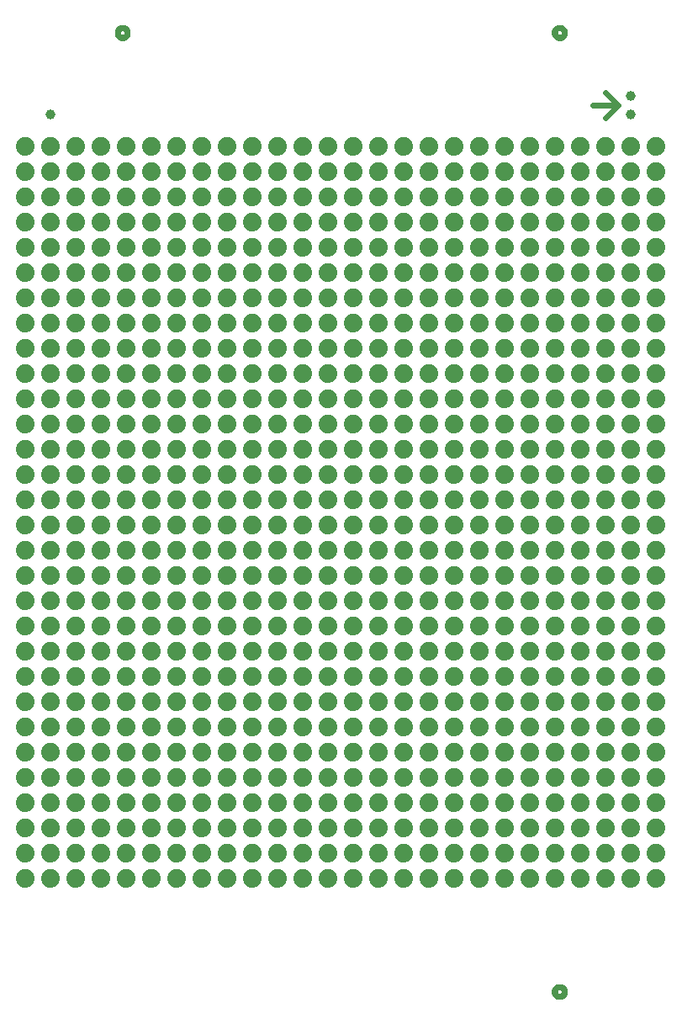
<source format=gtl>
G75*
%MOIN*%
%OFA0B0*%
%FSLAX25Y25*%
%IPPOS*%
%LPD*%
%AMOC8*
5,1,8,0,0,1.08239X$1,22.5*
%
%ADD10C,0.02400*%
%ADD11C,0.07400*%
%ADD12C,0.03937*%
D10*
X0228395Y0008690D02*
X0228397Y0008778D01*
X0228403Y0008866D01*
X0228413Y0008954D01*
X0228427Y0009042D01*
X0228444Y0009128D01*
X0228466Y0009214D01*
X0228491Y0009298D01*
X0228521Y0009382D01*
X0228553Y0009464D01*
X0228590Y0009544D01*
X0228630Y0009623D01*
X0228674Y0009700D01*
X0228721Y0009775D01*
X0228771Y0009847D01*
X0228825Y0009918D01*
X0228881Y0009985D01*
X0228941Y0010051D01*
X0229003Y0010113D01*
X0229069Y0010173D01*
X0229136Y0010229D01*
X0229207Y0010283D01*
X0229279Y0010333D01*
X0229354Y0010380D01*
X0229431Y0010424D01*
X0229510Y0010464D01*
X0229590Y0010501D01*
X0229672Y0010533D01*
X0229756Y0010563D01*
X0229840Y0010588D01*
X0229926Y0010610D01*
X0230012Y0010627D01*
X0230100Y0010641D01*
X0230188Y0010651D01*
X0230276Y0010657D01*
X0230364Y0010659D01*
X0230452Y0010657D01*
X0230540Y0010651D01*
X0230628Y0010641D01*
X0230716Y0010627D01*
X0230802Y0010610D01*
X0230888Y0010588D01*
X0230972Y0010563D01*
X0231056Y0010533D01*
X0231138Y0010501D01*
X0231218Y0010464D01*
X0231297Y0010424D01*
X0231374Y0010380D01*
X0231449Y0010333D01*
X0231521Y0010283D01*
X0231592Y0010229D01*
X0231659Y0010173D01*
X0231725Y0010113D01*
X0231787Y0010051D01*
X0231847Y0009985D01*
X0231903Y0009918D01*
X0231957Y0009847D01*
X0232007Y0009775D01*
X0232054Y0009700D01*
X0232098Y0009623D01*
X0232138Y0009544D01*
X0232175Y0009464D01*
X0232207Y0009382D01*
X0232237Y0009298D01*
X0232262Y0009214D01*
X0232284Y0009128D01*
X0232301Y0009042D01*
X0232315Y0008954D01*
X0232325Y0008866D01*
X0232331Y0008778D01*
X0232333Y0008690D01*
X0232331Y0008602D01*
X0232325Y0008514D01*
X0232315Y0008426D01*
X0232301Y0008338D01*
X0232284Y0008252D01*
X0232262Y0008166D01*
X0232237Y0008082D01*
X0232207Y0007998D01*
X0232175Y0007916D01*
X0232138Y0007836D01*
X0232098Y0007757D01*
X0232054Y0007680D01*
X0232007Y0007605D01*
X0231957Y0007533D01*
X0231903Y0007462D01*
X0231847Y0007395D01*
X0231787Y0007329D01*
X0231725Y0007267D01*
X0231659Y0007207D01*
X0231592Y0007151D01*
X0231521Y0007097D01*
X0231449Y0007047D01*
X0231374Y0007000D01*
X0231297Y0006956D01*
X0231218Y0006916D01*
X0231138Y0006879D01*
X0231056Y0006847D01*
X0230972Y0006817D01*
X0230888Y0006792D01*
X0230802Y0006770D01*
X0230716Y0006753D01*
X0230628Y0006739D01*
X0230540Y0006729D01*
X0230452Y0006723D01*
X0230364Y0006721D01*
X0230276Y0006723D01*
X0230188Y0006729D01*
X0230100Y0006739D01*
X0230012Y0006753D01*
X0229926Y0006770D01*
X0229840Y0006792D01*
X0229756Y0006817D01*
X0229672Y0006847D01*
X0229590Y0006879D01*
X0229510Y0006916D01*
X0229431Y0006956D01*
X0229354Y0007000D01*
X0229279Y0007047D01*
X0229207Y0007097D01*
X0229136Y0007151D01*
X0229069Y0007207D01*
X0229003Y0007267D01*
X0228941Y0007329D01*
X0228881Y0007395D01*
X0228825Y0007462D01*
X0228771Y0007533D01*
X0228721Y0007605D01*
X0228674Y0007680D01*
X0228630Y0007757D01*
X0228590Y0007836D01*
X0228553Y0007916D01*
X0228521Y0007998D01*
X0228491Y0008082D01*
X0228466Y0008166D01*
X0228444Y0008252D01*
X0228427Y0008338D01*
X0228413Y0008426D01*
X0228403Y0008514D01*
X0228397Y0008602D01*
X0228395Y0008690D01*
X0248750Y0354900D02*
X0253750Y0359900D01*
X0248750Y0364900D01*
X0243750Y0359900D02*
X0253750Y0359900D01*
X0228395Y0388611D02*
X0228397Y0388699D01*
X0228403Y0388787D01*
X0228413Y0388875D01*
X0228427Y0388963D01*
X0228444Y0389049D01*
X0228466Y0389135D01*
X0228491Y0389219D01*
X0228521Y0389303D01*
X0228553Y0389385D01*
X0228590Y0389465D01*
X0228630Y0389544D01*
X0228674Y0389621D01*
X0228721Y0389696D01*
X0228771Y0389768D01*
X0228825Y0389839D01*
X0228881Y0389906D01*
X0228941Y0389972D01*
X0229003Y0390034D01*
X0229069Y0390094D01*
X0229136Y0390150D01*
X0229207Y0390204D01*
X0229279Y0390254D01*
X0229354Y0390301D01*
X0229431Y0390345D01*
X0229510Y0390385D01*
X0229590Y0390422D01*
X0229672Y0390454D01*
X0229756Y0390484D01*
X0229840Y0390509D01*
X0229926Y0390531D01*
X0230012Y0390548D01*
X0230100Y0390562D01*
X0230188Y0390572D01*
X0230276Y0390578D01*
X0230364Y0390580D01*
X0230452Y0390578D01*
X0230540Y0390572D01*
X0230628Y0390562D01*
X0230716Y0390548D01*
X0230802Y0390531D01*
X0230888Y0390509D01*
X0230972Y0390484D01*
X0231056Y0390454D01*
X0231138Y0390422D01*
X0231218Y0390385D01*
X0231297Y0390345D01*
X0231374Y0390301D01*
X0231449Y0390254D01*
X0231521Y0390204D01*
X0231592Y0390150D01*
X0231659Y0390094D01*
X0231725Y0390034D01*
X0231787Y0389972D01*
X0231847Y0389906D01*
X0231903Y0389839D01*
X0231957Y0389768D01*
X0232007Y0389696D01*
X0232054Y0389621D01*
X0232098Y0389544D01*
X0232138Y0389465D01*
X0232175Y0389385D01*
X0232207Y0389303D01*
X0232237Y0389219D01*
X0232262Y0389135D01*
X0232284Y0389049D01*
X0232301Y0388963D01*
X0232315Y0388875D01*
X0232325Y0388787D01*
X0232331Y0388699D01*
X0232333Y0388611D01*
X0232331Y0388523D01*
X0232325Y0388435D01*
X0232315Y0388347D01*
X0232301Y0388259D01*
X0232284Y0388173D01*
X0232262Y0388087D01*
X0232237Y0388003D01*
X0232207Y0387919D01*
X0232175Y0387837D01*
X0232138Y0387757D01*
X0232098Y0387678D01*
X0232054Y0387601D01*
X0232007Y0387526D01*
X0231957Y0387454D01*
X0231903Y0387383D01*
X0231847Y0387316D01*
X0231787Y0387250D01*
X0231725Y0387188D01*
X0231659Y0387128D01*
X0231592Y0387072D01*
X0231521Y0387018D01*
X0231449Y0386968D01*
X0231374Y0386921D01*
X0231297Y0386877D01*
X0231218Y0386837D01*
X0231138Y0386800D01*
X0231056Y0386768D01*
X0230972Y0386738D01*
X0230888Y0386713D01*
X0230802Y0386691D01*
X0230716Y0386674D01*
X0230628Y0386660D01*
X0230540Y0386650D01*
X0230452Y0386644D01*
X0230364Y0386642D01*
X0230276Y0386644D01*
X0230188Y0386650D01*
X0230100Y0386660D01*
X0230012Y0386674D01*
X0229926Y0386691D01*
X0229840Y0386713D01*
X0229756Y0386738D01*
X0229672Y0386768D01*
X0229590Y0386800D01*
X0229510Y0386837D01*
X0229431Y0386877D01*
X0229354Y0386921D01*
X0229279Y0386968D01*
X0229207Y0387018D01*
X0229136Y0387072D01*
X0229069Y0387128D01*
X0229003Y0387188D01*
X0228941Y0387250D01*
X0228881Y0387316D01*
X0228825Y0387383D01*
X0228771Y0387454D01*
X0228721Y0387526D01*
X0228674Y0387601D01*
X0228630Y0387678D01*
X0228590Y0387757D01*
X0228553Y0387837D01*
X0228521Y0387919D01*
X0228491Y0388003D01*
X0228466Y0388087D01*
X0228444Y0388173D01*
X0228427Y0388259D01*
X0228413Y0388347D01*
X0228403Y0388435D01*
X0228397Y0388523D01*
X0228395Y0388611D01*
X0055166Y0388611D02*
X0055168Y0388699D01*
X0055174Y0388787D01*
X0055184Y0388875D01*
X0055198Y0388963D01*
X0055215Y0389049D01*
X0055237Y0389135D01*
X0055262Y0389219D01*
X0055292Y0389303D01*
X0055324Y0389385D01*
X0055361Y0389465D01*
X0055401Y0389544D01*
X0055445Y0389621D01*
X0055492Y0389696D01*
X0055542Y0389768D01*
X0055596Y0389839D01*
X0055652Y0389906D01*
X0055712Y0389972D01*
X0055774Y0390034D01*
X0055840Y0390094D01*
X0055907Y0390150D01*
X0055978Y0390204D01*
X0056050Y0390254D01*
X0056125Y0390301D01*
X0056202Y0390345D01*
X0056281Y0390385D01*
X0056361Y0390422D01*
X0056443Y0390454D01*
X0056527Y0390484D01*
X0056611Y0390509D01*
X0056697Y0390531D01*
X0056783Y0390548D01*
X0056871Y0390562D01*
X0056959Y0390572D01*
X0057047Y0390578D01*
X0057135Y0390580D01*
X0057223Y0390578D01*
X0057311Y0390572D01*
X0057399Y0390562D01*
X0057487Y0390548D01*
X0057573Y0390531D01*
X0057659Y0390509D01*
X0057743Y0390484D01*
X0057827Y0390454D01*
X0057909Y0390422D01*
X0057989Y0390385D01*
X0058068Y0390345D01*
X0058145Y0390301D01*
X0058220Y0390254D01*
X0058292Y0390204D01*
X0058363Y0390150D01*
X0058430Y0390094D01*
X0058496Y0390034D01*
X0058558Y0389972D01*
X0058618Y0389906D01*
X0058674Y0389839D01*
X0058728Y0389768D01*
X0058778Y0389696D01*
X0058825Y0389621D01*
X0058869Y0389544D01*
X0058909Y0389465D01*
X0058946Y0389385D01*
X0058978Y0389303D01*
X0059008Y0389219D01*
X0059033Y0389135D01*
X0059055Y0389049D01*
X0059072Y0388963D01*
X0059086Y0388875D01*
X0059096Y0388787D01*
X0059102Y0388699D01*
X0059104Y0388611D01*
X0059102Y0388523D01*
X0059096Y0388435D01*
X0059086Y0388347D01*
X0059072Y0388259D01*
X0059055Y0388173D01*
X0059033Y0388087D01*
X0059008Y0388003D01*
X0058978Y0387919D01*
X0058946Y0387837D01*
X0058909Y0387757D01*
X0058869Y0387678D01*
X0058825Y0387601D01*
X0058778Y0387526D01*
X0058728Y0387454D01*
X0058674Y0387383D01*
X0058618Y0387316D01*
X0058558Y0387250D01*
X0058496Y0387188D01*
X0058430Y0387128D01*
X0058363Y0387072D01*
X0058292Y0387018D01*
X0058220Y0386968D01*
X0058145Y0386921D01*
X0058068Y0386877D01*
X0057989Y0386837D01*
X0057909Y0386800D01*
X0057827Y0386768D01*
X0057743Y0386738D01*
X0057659Y0386713D01*
X0057573Y0386691D01*
X0057487Y0386674D01*
X0057399Y0386660D01*
X0057311Y0386650D01*
X0057223Y0386644D01*
X0057135Y0386642D01*
X0057047Y0386644D01*
X0056959Y0386650D01*
X0056871Y0386660D01*
X0056783Y0386674D01*
X0056697Y0386691D01*
X0056611Y0386713D01*
X0056527Y0386738D01*
X0056443Y0386768D01*
X0056361Y0386800D01*
X0056281Y0386837D01*
X0056202Y0386877D01*
X0056125Y0386921D01*
X0056050Y0386968D01*
X0055978Y0387018D01*
X0055907Y0387072D01*
X0055840Y0387128D01*
X0055774Y0387188D01*
X0055712Y0387250D01*
X0055652Y0387316D01*
X0055596Y0387383D01*
X0055542Y0387454D01*
X0055492Y0387526D01*
X0055445Y0387601D01*
X0055401Y0387678D01*
X0055361Y0387757D01*
X0055324Y0387837D01*
X0055292Y0387919D01*
X0055262Y0388003D01*
X0055237Y0388087D01*
X0055215Y0388173D01*
X0055198Y0388259D01*
X0055184Y0388347D01*
X0055174Y0388435D01*
X0055168Y0388523D01*
X0055166Y0388611D01*
D11*
X0018750Y0053650D03*
X0018750Y0063650D03*
X0018750Y0073650D03*
X0018750Y0083650D03*
X0018750Y0093650D03*
X0018750Y0103650D03*
X0018750Y0113650D03*
X0018750Y0123650D03*
X0018750Y0133650D03*
X0018750Y0143650D03*
X0018750Y0153650D03*
X0018750Y0163650D03*
X0018750Y0173650D03*
X0018750Y0183650D03*
X0018750Y0193650D03*
X0018750Y0203650D03*
X0018750Y0213650D03*
X0018750Y0223650D03*
X0018750Y0233650D03*
X0018750Y0243650D03*
X0018750Y0253650D03*
X0018750Y0263650D03*
X0018750Y0273650D03*
X0018750Y0283650D03*
X0018750Y0293650D03*
X0018750Y0303650D03*
X0018750Y0313650D03*
X0018750Y0323650D03*
X0018750Y0333650D03*
X0018750Y0343650D03*
X0028750Y0343650D03*
X0038750Y0343650D03*
X0048750Y0343650D03*
X0048750Y0333650D03*
X0048750Y0323650D03*
X0048750Y0313650D03*
X0048750Y0303650D03*
X0048750Y0293650D03*
X0048750Y0283650D03*
X0048750Y0273650D03*
X0048750Y0263650D03*
X0048750Y0253650D03*
X0048750Y0243650D03*
X0048750Y0233650D03*
X0048750Y0223650D03*
X0048750Y0213650D03*
X0048750Y0203650D03*
X0048750Y0193650D03*
X0048750Y0183650D03*
X0048750Y0173650D03*
X0048750Y0163650D03*
X0048750Y0153650D03*
X0048750Y0143650D03*
X0048750Y0133650D03*
X0048750Y0123650D03*
X0048750Y0113650D03*
X0048750Y0103650D03*
X0048750Y0093650D03*
X0048750Y0083650D03*
X0048750Y0073650D03*
X0048750Y0063650D03*
X0048750Y0053650D03*
X0038750Y0053650D03*
X0038750Y0063650D03*
X0038750Y0073650D03*
X0038750Y0083650D03*
X0038750Y0093650D03*
X0038750Y0103650D03*
X0038750Y0113650D03*
X0038750Y0123650D03*
X0038750Y0133650D03*
X0038750Y0143650D03*
X0038750Y0153650D03*
X0038750Y0163650D03*
X0038750Y0173650D03*
X0038750Y0183650D03*
X0038750Y0193650D03*
X0038750Y0203650D03*
X0038750Y0213650D03*
X0038750Y0223650D03*
X0038750Y0233650D03*
X0038750Y0243650D03*
X0038750Y0253650D03*
X0038750Y0263650D03*
X0038750Y0273650D03*
X0038750Y0283650D03*
X0038750Y0293650D03*
X0038750Y0303650D03*
X0038750Y0313650D03*
X0038750Y0323650D03*
X0038750Y0333650D03*
X0028750Y0333650D03*
X0028750Y0323650D03*
X0028750Y0313650D03*
X0028750Y0303650D03*
X0028750Y0293650D03*
X0028750Y0283650D03*
X0028750Y0273650D03*
X0028750Y0263650D03*
X0028750Y0253650D03*
X0028750Y0243650D03*
X0028750Y0233650D03*
X0028750Y0223650D03*
X0028750Y0213650D03*
X0028750Y0203650D03*
X0028750Y0193650D03*
X0028750Y0183650D03*
X0028750Y0173650D03*
X0028750Y0163650D03*
X0028750Y0153650D03*
X0028750Y0143650D03*
X0028750Y0133650D03*
X0028750Y0123650D03*
X0028750Y0113650D03*
X0028750Y0103650D03*
X0028750Y0093650D03*
X0028750Y0083650D03*
X0028750Y0073650D03*
X0028750Y0063650D03*
X0028750Y0053650D03*
X0058750Y0053650D03*
X0068750Y0053650D03*
X0068750Y0063650D03*
X0068750Y0073650D03*
X0068750Y0083650D03*
X0068750Y0093650D03*
X0068750Y0103650D03*
X0068750Y0113650D03*
X0068750Y0123650D03*
X0068750Y0133650D03*
X0068750Y0143650D03*
X0068750Y0153650D03*
X0068750Y0163650D03*
X0068750Y0173650D03*
X0068750Y0183650D03*
X0068750Y0193650D03*
X0068750Y0203650D03*
X0068750Y0213650D03*
X0068750Y0223650D03*
X0068750Y0233650D03*
X0068750Y0243650D03*
X0068750Y0253650D03*
X0068750Y0263650D03*
X0068750Y0273650D03*
X0068750Y0283650D03*
X0068750Y0293650D03*
X0068750Y0303650D03*
X0068750Y0313650D03*
X0068750Y0323650D03*
X0068750Y0333650D03*
X0068750Y0343650D03*
X0058750Y0343650D03*
X0058750Y0333650D03*
X0058750Y0323650D03*
X0058750Y0313650D03*
X0058750Y0303650D03*
X0058750Y0293650D03*
X0058750Y0283650D03*
X0058750Y0273650D03*
X0058750Y0263650D03*
X0058750Y0253650D03*
X0058750Y0243650D03*
X0058750Y0233650D03*
X0058750Y0223650D03*
X0058750Y0213650D03*
X0058750Y0203650D03*
X0058750Y0193650D03*
X0058750Y0183650D03*
X0058750Y0173650D03*
X0058750Y0163650D03*
X0058750Y0153650D03*
X0058750Y0143650D03*
X0058750Y0133650D03*
X0058750Y0123650D03*
X0058750Y0113650D03*
X0058750Y0103650D03*
X0058750Y0093650D03*
X0058750Y0083650D03*
X0058750Y0073650D03*
X0058750Y0063650D03*
X0078750Y0063650D03*
X0078750Y0073650D03*
X0088750Y0073650D03*
X0088750Y0063650D03*
X0088750Y0053650D03*
X0078750Y0053650D03*
X0098750Y0053650D03*
X0108750Y0053650D03*
X0108750Y0063650D03*
X0108750Y0073650D03*
X0108750Y0083650D03*
X0108750Y0093650D03*
X0108750Y0103650D03*
X0108750Y0113650D03*
X0108750Y0123650D03*
X0108750Y0133650D03*
X0108750Y0143650D03*
X0108750Y0153650D03*
X0108750Y0163650D03*
X0108750Y0173650D03*
X0108750Y0183650D03*
X0108750Y0193650D03*
X0108750Y0203650D03*
X0108750Y0213650D03*
X0108750Y0223650D03*
X0108750Y0233650D03*
X0108750Y0243650D03*
X0108750Y0253650D03*
X0108750Y0263650D03*
X0108750Y0273650D03*
X0108750Y0283650D03*
X0108750Y0293650D03*
X0108750Y0303650D03*
X0108750Y0313650D03*
X0108750Y0323650D03*
X0108750Y0333650D03*
X0108750Y0343650D03*
X0098750Y0343650D03*
X0098750Y0333650D03*
X0098750Y0323650D03*
X0098750Y0313650D03*
X0098750Y0303650D03*
X0098750Y0293650D03*
X0098750Y0283650D03*
X0098750Y0273650D03*
X0098750Y0263650D03*
X0098750Y0253650D03*
X0098750Y0243650D03*
X0098750Y0233650D03*
X0098750Y0223650D03*
X0098750Y0213650D03*
X0098750Y0203650D03*
X0098750Y0193650D03*
X0098750Y0183650D03*
X0098750Y0173650D03*
X0098750Y0163650D03*
X0098750Y0153650D03*
X0098750Y0143650D03*
X0098750Y0133650D03*
X0098750Y0123650D03*
X0098750Y0113650D03*
X0098750Y0103650D03*
X0098750Y0093650D03*
X0098750Y0083650D03*
X0098750Y0073650D03*
X0098750Y0063650D03*
X0088750Y0083650D03*
X0088750Y0093650D03*
X0088750Y0103650D03*
X0088750Y0113650D03*
X0088750Y0123650D03*
X0088750Y0133650D03*
X0088750Y0143650D03*
X0088750Y0153650D03*
X0088750Y0163650D03*
X0088750Y0173650D03*
X0088750Y0183650D03*
X0088750Y0193650D03*
X0088750Y0203650D03*
X0088750Y0213650D03*
X0088750Y0223650D03*
X0088750Y0233650D03*
X0088750Y0243650D03*
X0088750Y0253650D03*
X0088750Y0263650D03*
X0088750Y0273650D03*
X0088750Y0283650D03*
X0088750Y0293650D03*
X0088750Y0303650D03*
X0088750Y0313650D03*
X0088750Y0323650D03*
X0088750Y0333650D03*
X0088750Y0343650D03*
X0078750Y0343650D03*
X0078750Y0333650D03*
X0078750Y0323650D03*
X0078750Y0313650D03*
X0078750Y0303650D03*
X0078750Y0293650D03*
X0078750Y0283650D03*
X0078750Y0273650D03*
X0078750Y0263650D03*
X0078750Y0253650D03*
X0078750Y0243650D03*
X0078750Y0233650D03*
X0078750Y0223650D03*
X0078750Y0213650D03*
X0078750Y0203650D03*
X0078750Y0193650D03*
X0078750Y0183650D03*
X0078750Y0173650D03*
X0078750Y0163650D03*
X0078750Y0153650D03*
X0078750Y0143650D03*
X0078750Y0133650D03*
X0078750Y0123650D03*
X0078750Y0113650D03*
X0078750Y0103650D03*
X0078750Y0093650D03*
X0078750Y0083650D03*
X0118750Y0083650D03*
X0118750Y0093650D03*
X0128750Y0093650D03*
X0128750Y0083650D03*
X0128750Y0073650D03*
X0128750Y0063650D03*
X0128750Y0053650D03*
X0118750Y0053650D03*
X0118750Y0063650D03*
X0118750Y0073650D03*
X0138750Y0073650D03*
X0138750Y0063650D03*
X0148750Y0063650D03*
X0148750Y0073650D03*
X0148750Y0083650D03*
X0148750Y0093650D03*
X0148750Y0103650D03*
X0148750Y0113650D03*
X0148750Y0123650D03*
X0148750Y0133650D03*
X0148750Y0143650D03*
X0148750Y0153650D03*
X0148750Y0163650D03*
X0148750Y0173650D03*
X0148750Y0183650D03*
X0148750Y0193650D03*
X0148750Y0203650D03*
X0148750Y0213650D03*
X0148750Y0223650D03*
X0148750Y0233650D03*
X0148750Y0243650D03*
X0148750Y0253650D03*
X0148750Y0263650D03*
X0148750Y0273650D03*
X0148750Y0283650D03*
X0148750Y0293650D03*
X0148750Y0303650D03*
X0148750Y0313650D03*
X0148750Y0323650D03*
X0148750Y0333650D03*
X0148750Y0343650D03*
X0138750Y0343650D03*
X0138750Y0333650D03*
X0138750Y0323650D03*
X0138750Y0313650D03*
X0138750Y0303650D03*
X0138750Y0293650D03*
X0138750Y0283650D03*
X0138750Y0273650D03*
X0138750Y0263650D03*
X0138750Y0253650D03*
X0138750Y0243650D03*
X0138750Y0233650D03*
X0138750Y0223650D03*
X0138750Y0213650D03*
X0138750Y0203650D03*
X0138750Y0193650D03*
X0138750Y0183650D03*
X0138750Y0173650D03*
X0138750Y0163650D03*
X0138750Y0153650D03*
X0138750Y0143650D03*
X0138750Y0133650D03*
X0138750Y0123650D03*
X0138750Y0113650D03*
X0138750Y0103650D03*
X0138750Y0093650D03*
X0138750Y0083650D03*
X0128750Y0103650D03*
X0128750Y0113650D03*
X0128750Y0123650D03*
X0128750Y0133650D03*
X0128750Y0143650D03*
X0128750Y0153650D03*
X0128750Y0163650D03*
X0128750Y0173650D03*
X0128750Y0183650D03*
X0128750Y0193650D03*
X0128750Y0203650D03*
X0128750Y0213650D03*
X0128750Y0223650D03*
X0128750Y0233650D03*
X0128750Y0243650D03*
X0128750Y0253650D03*
X0128750Y0263650D03*
X0128750Y0273650D03*
X0128750Y0283650D03*
X0128750Y0293650D03*
X0128750Y0303650D03*
X0128750Y0313650D03*
X0128750Y0323650D03*
X0128750Y0333650D03*
X0128750Y0343650D03*
X0118750Y0343650D03*
X0118750Y0333650D03*
X0118750Y0323650D03*
X0118750Y0313650D03*
X0118750Y0303650D03*
X0118750Y0293650D03*
X0118750Y0283650D03*
X0118750Y0273650D03*
X0118750Y0263650D03*
X0118750Y0253650D03*
X0118750Y0243650D03*
X0118750Y0233650D03*
X0118750Y0223650D03*
X0118750Y0213650D03*
X0118750Y0203650D03*
X0118750Y0193650D03*
X0118750Y0183650D03*
X0118750Y0173650D03*
X0118750Y0163650D03*
X0118750Y0153650D03*
X0118750Y0143650D03*
X0118750Y0133650D03*
X0118750Y0123650D03*
X0118750Y0113650D03*
X0118750Y0103650D03*
X0138750Y0053650D03*
X0148750Y0053650D03*
X0158750Y0053650D03*
X0168750Y0053650D03*
X0168750Y0063650D03*
X0168750Y0073650D03*
X0168750Y0083650D03*
X0168750Y0093650D03*
X0168750Y0103650D03*
X0168750Y0113650D03*
X0168750Y0123650D03*
X0168750Y0133650D03*
X0168750Y0143650D03*
X0168750Y0153650D03*
X0168750Y0163650D03*
X0168750Y0173650D03*
X0168750Y0183650D03*
X0168750Y0193650D03*
X0168750Y0203650D03*
X0168750Y0213650D03*
X0168750Y0223650D03*
X0168750Y0233650D03*
X0168750Y0243650D03*
X0168750Y0253650D03*
X0168750Y0263650D03*
X0168750Y0273650D03*
X0168750Y0283650D03*
X0168750Y0293650D03*
X0168750Y0303650D03*
X0168750Y0313650D03*
X0168750Y0323650D03*
X0168750Y0333650D03*
X0168750Y0343650D03*
X0158750Y0343650D03*
X0158750Y0333650D03*
X0158750Y0323650D03*
X0158750Y0313650D03*
X0158750Y0303650D03*
X0158750Y0293650D03*
X0158750Y0283650D03*
X0158750Y0273650D03*
X0158750Y0263650D03*
X0158750Y0253650D03*
X0158750Y0243650D03*
X0158750Y0233650D03*
X0158750Y0223650D03*
X0158750Y0213650D03*
X0158750Y0203650D03*
X0158750Y0193650D03*
X0158750Y0183650D03*
X0158750Y0173650D03*
X0158750Y0163650D03*
X0158750Y0153650D03*
X0158750Y0143650D03*
X0158750Y0133650D03*
X0158750Y0123650D03*
X0158750Y0113650D03*
X0158750Y0103650D03*
X0158750Y0093650D03*
X0158750Y0083650D03*
X0158750Y0073650D03*
X0158750Y0063650D03*
X0178750Y0063650D03*
X0178750Y0073650D03*
X0188750Y0073650D03*
X0188750Y0063650D03*
X0188750Y0053650D03*
X0178750Y0053650D03*
X0198750Y0053650D03*
X0208750Y0053650D03*
X0208750Y0063650D03*
X0208750Y0073650D03*
X0208750Y0083650D03*
X0208750Y0093650D03*
X0208750Y0103650D03*
X0208750Y0113650D03*
X0208750Y0123650D03*
X0208750Y0133650D03*
X0208750Y0143650D03*
X0208750Y0153650D03*
X0208750Y0163650D03*
X0208750Y0173650D03*
X0208750Y0183650D03*
X0208750Y0193650D03*
X0208750Y0203650D03*
X0208750Y0213650D03*
X0208750Y0223650D03*
X0208750Y0233650D03*
X0208750Y0243650D03*
X0208750Y0253650D03*
X0208750Y0263650D03*
X0208750Y0273650D03*
X0208750Y0283650D03*
X0208750Y0293650D03*
X0208750Y0303650D03*
X0208750Y0313650D03*
X0208750Y0323650D03*
X0208750Y0333650D03*
X0208750Y0343650D03*
X0198750Y0343650D03*
X0198750Y0333650D03*
X0198750Y0323650D03*
X0198750Y0313650D03*
X0198750Y0303650D03*
X0198750Y0293650D03*
X0198750Y0283650D03*
X0198750Y0273650D03*
X0198750Y0263650D03*
X0198750Y0253650D03*
X0198750Y0243650D03*
X0198750Y0233650D03*
X0198750Y0223650D03*
X0198750Y0213650D03*
X0198750Y0203650D03*
X0198750Y0193650D03*
X0198750Y0183650D03*
X0198750Y0173650D03*
X0198750Y0163650D03*
X0198750Y0153650D03*
X0198750Y0143650D03*
X0198750Y0133650D03*
X0198750Y0123650D03*
X0198750Y0113650D03*
X0198750Y0103650D03*
X0198750Y0093650D03*
X0198750Y0083650D03*
X0198750Y0073650D03*
X0198750Y0063650D03*
X0188750Y0083650D03*
X0188750Y0093650D03*
X0188750Y0103650D03*
X0188750Y0113650D03*
X0188750Y0123650D03*
X0188750Y0133650D03*
X0188750Y0143650D03*
X0188750Y0153650D03*
X0188750Y0163650D03*
X0188750Y0173650D03*
X0188750Y0183650D03*
X0188750Y0193650D03*
X0188750Y0203650D03*
X0188750Y0213650D03*
X0188750Y0223650D03*
X0188750Y0233650D03*
X0188750Y0243650D03*
X0188750Y0253650D03*
X0188750Y0263650D03*
X0188750Y0273650D03*
X0188750Y0283650D03*
X0188750Y0293650D03*
X0188750Y0303650D03*
X0188750Y0313650D03*
X0188750Y0323650D03*
X0188750Y0333650D03*
X0188750Y0343650D03*
X0178750Y0343650D03*
X0178750Y0333650D03*
X0178750Y0323650D03*
X0178750Y0313650D03*
X0178750Y0303650D03*
X0178750Y0293650D03*
X0178750Y0283650D03*
X0178750Y0273650D03*
X0178750Y0263650D03*
X0178750Y0253650D03*
X0178750Y0243650D03*
X0178750Y0233650D03*
X0178750Y0223650D03*
X0178750Y0213650D03*
X0178750Y0203650D03*
X0178750Y0193650D03*
X0178750Y0183650D03*
X0178750Y0173650D03*
X0178750Y0163650D03*
X0178750Y0153650D03*
X0178750Y0143650D03*
X0178750Y0133650D03*
X0178750Y0123650D03*
X0178750Y0113650D03*
X0178750Y0103650D03*
X0178750Y0093650D03*
X0178750Y0083650D03*
X0218750Y0083650D03*
X0218750Y0093650D03*
X0228750Y0093650D03*
X0228750Y0083650D03*
X0228750Y0073650D03*
X0228750Y0063650D03*
X0228750Y0053650D03*
X0218750Y0053650D03*
X0218750Y0063650D03*
X0218750Y0073650D03*
X0238750Y0073650D03*
X0238750Y0063650D03*
X0248750Y0063650D03*
X0248750Y0073650D03*
X0248750Y0083650D03*
X0248750Y0093650D03*
X0248750Y0103650D03*
X0248750Y0113650D03*
X0248750Y0123650D03*
X0248750Y0133650D03*
X0248750Y0143650D03*
X0248750Y0153650D03*
X0248750Y0163650D03*
X0248750Y0173650D03*
X0248750Y0183650D03*
X0248750Y0193650D03*
X0248750Y0203650D03*
X0248750Y0213650D03*
X0248750Y0223650D03*
X0248750Y0233650D03*
X0248750Y0243650D03*
X0248750Y0253650D03*
X0248750Y0263650D03*
X0248750Y0273650D03*
X0248750Y0283650D03*
X0248750Y0293650D03*
X0248750Y0303650D03*
X0248750Y0313650D03*
X0248750Y0323650D03*
X0248750Y0333650D03*
X0248750Y0343650D03*
X0238750Y0343650D03*
X0238750Y0333650D03*
X0238750Y0323650D03*
X0238750Y0313650D03*
X0238750Y0303650D03*
X0238750Y0293650D03*
X0238750Y0283650D03*
X0238750Y0273650D03*
X0238750Y0263650D03*
X0238750Y0253650D03*
X0238750Y0243650D03*
X0238750Y0233650D03*
X0238750Y0223650D03*
X0238750Y0213650D03*
X0238750Y0203650D03*
X0238750Y0193650D03*
X0238750Y0183650D03*
X0238750Y0173650D03*
X0238750Y0163650D03*
X0238750Y0153650D03*
X0238750Y0143650D03*
X0238750Y0133650D03*
X0238750Y0123650D03*
X0238750Y0113650D03*
X0238750Y0103650D03*
X0238750Y0093650D03*
X0238750Y0083650D03*
X0228750Y0103650D03*
X0228750Y0113650D03*
X0228750Y0123650D03*
X0228750Y0133650D03*
X0228750Y0143650D03*
X0228750Y0153650D03*
X0228750Y0163650D03*
X0228750Y0173650D03*
X0228750Y0183650D03*
X0228750Y0193650D03*
X0228750Y0203650D03*
X0228750Y0213650D03*
X0228750Y0223650D03*
X0228750Y0233650D03*
X0228750Y0243650D03*
X0228750Y0253650D03*
X0228750Y0263650D03*
X0228750Y0273650D03*
X0228750Y0283650D03*
X0228750Y0293650D03*
X0228750Y0303650D03*
X0228750Y0313650D03*
X0228750Y0323650D03*
X0228750Y0333650D03*
X0228750Y0343650D03*
X0218750Y0343650D03*
X0218750Y0333650D03*
X0218750Y0323650D03*
X0218750Y0313650D03*
X0218750Y0303650D03*
X0218750Y0293650D03*
X0218750Y0283650D03*
X0218750Y0273650D03*
X0218750Y0263650D03*
X0218750Y0253650D03*
X0218750Y0243650D03*
X0218750Y0233650D03*
X0218750Y0223650D03*
X0218750Y0213650D03*
X0218750Y0203650D03*
X0218750Y0193650D03*
X0218750Y0183650D03*
X0218750Y0173650D03*
X0218750Y0163650D03*
X0218750Y0153650D03*
X0218750Y0143650D03*
X0218750Y0133650D03*
X0218750Y0123650D03*
X0218750Y0113650D03*
X0218750Y0103650D03*
X0238750Y0053650D03*
X0248750Y0053650D03*
X0258750Y0053650D03*
X0268750Y0053650D03*
X0268750Y0063650D03*
X0268750Y0073650D03*
X0268750Y0083650D03*
X0268750Y0093650D03*
X0268750Y0103650D03*
X0268750Y0113650D03*
X0268750Y0123650D03*
X0268750Y0133650D03*
X0268750Y0143650D03*
X0268750Y0153650D03*
X0268750Y0163650D03*
X0268750Y0173650D03*
X0268750Y0183650D03*
X0268750Y0193650D03*
X0268750Y0203650D03*
X0268750Y0213650D03*
X0268750Y0223650D03*
X0268750Y0233650D03*
X0268750Y0243650D03*
X0268750Y0253650D03*
X0268750Y0263650D03*
X0268750Y0273650D03*
X0268750Y0283650D03*
X0268750Y0293650D03*
X0268750Y0303650D03*
X0268750Y0313650D03*
X0268750Y0323650D03*
X0268750Y0333650D03*
X0268750Y0343650D03*
X0258750Y0343650D03*
X0258750Y0333650D03*
X0258750Y0323650D03*
X0258750Y0313650D03*
X0258750Y0303650D03*
X0258750Y0293650D03*
X0258750Y0283650D03*
X0258750Y0273650D03*
X0258750Y0263650D03*
X0258750Y0253650D03*
X0258750Y0243650D03*
X0258750Y0233650D03*
X0258750Y0223650D03*
X0258750Y0213650D03*
X0258750Y0203650D03*
X0258750Y0193650D03*
X0258750Y0183650D03*
X0258750Y0173650D03*
X0258750Y0163650D03*
X0258750Y0153650D03*
X0258750Y0143650D03*
X0258750Y0133650D03*
X0258750Y0123650D03*
X0258750Y0113650D03*
X0258750Y0103650D03*
X0258750Y0093650D03*
X0258750Y0083650D03*
X0258750Y0073650D03*
X0258750Y0063650D03*
D12*
X0258750Y0356150D03*
X0258750Y0363650D03*
X0028750Y0356150D03*
M02*

</source>
